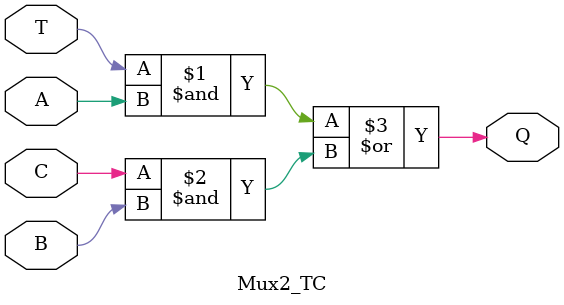
<source format=v>
module Mux2_TC ( input A, B, T, C, output Q );

  // It is expected that C = ~T.

  assign Q = (T & A) | (C & B);

endmodule

</source>
